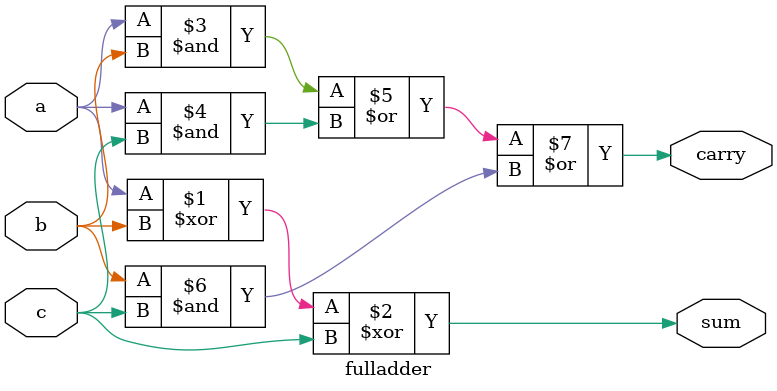
<source format=v>

module fulladder
(input a,b,c,
 output sum,carry);

assign sum=a^b^c,
	carry=(a&b)|(a&c)|(b&c);
endmodule

</source>
